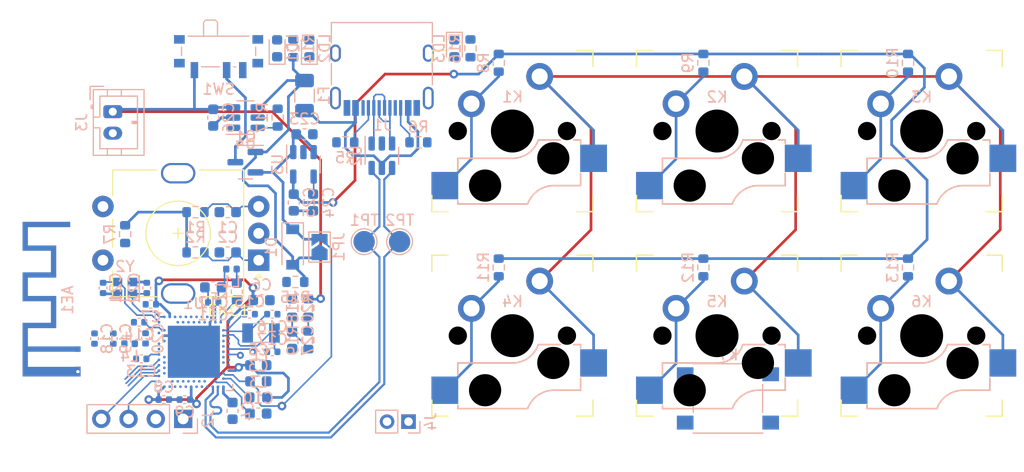
<source format=kicad_pcb>
(kicad_pcb (version 20211014) (generator pcbnew)
  (title_block (title "KP06 keypad") (rev "1.0") (comment 1 "MIT License, Open source hardware"))
  (layers (0 "F.Cu" signal) (31 "B.Cu" signal) (34 "B.Paste" user) (35 "F.Paste" user) (36 "B.SilkS" user "B.Silkscreen") (37 "F.SilkS" user "F.Silkscreen") (38 "B.Mask" user) (39 "F.Mask" user) (44 "Edge.Cuts" user))
  (net 0 "")
  (net 1 "Net-(AE1-Pad1)")
  (net 2 "KEY_ENCODER")
  (net 3 "VBUS")
  (net 4 "Net-(J1-PadA5)")
  (net 5 "USB_D+")
  (net 6 "USB_D-")
  (net 8 "Net-(J1-PadB5)")
  (net 10 "GNDREF")
  (net 11 "KEY_1")
  (net 12 "KEY_2")
  (net 13 "KEY_3")
  (net 14 "KEY_4")
  (net 15 "KEY_5")
  (net 16 "KEY_6")
  (net 17 "RESET")
  (net 18 "VDD")
  (net 19 "ENCODER_B")
  (net 20 "ENCODER_A")
  (net 22 "VSS_PA")
  (net 23 "VDDH")
  (net 24 "SWCLK")
  (net 31 "SWDIO")
  (net 44 "Net-(L1-Pad2)")
  (net 51 "Net-(J1-PadA6)")
  (net 59 "Net-(J1-PadA7)")
  (net 61 "VDD_nRF")
  (net 62 "Net-(C24-Pad2)")
  (net 63 "+BATT")
  (net 64 "Net-(LD1-Pad1)")
  (net 65 "Net-(LD1-Pad2)")
  (net 66 "Net-(LD2-Pad1)")
  (net 67 "Net-(LD3-Pad2)")
  (net 68 "STATUS_LED")
  (net 69 "Net-(R17-Pad2)")
  (net 70 "BAT_MONITOR")
  (net 71 "Net-(R18-Pad2)")
  (net 72 "Net-(Q1-Pad3)")
  (net 73 "/VBUS_Conn")
  (net 74 "Net-(C10-Pad2)")
  (net 75 "Net-(C11-Pad2)")
  (net 76 "Net-(C13-Pad2)")
  (net 77 "Net-(C14-Pad2)")
  (net 78 "Net-(C15-Pad2)")
  (net 79 "Net-(C16-Pad1)")
  (net 80 "Net-(C17-Pad1)")
  (net 81 "Net-(C20-Pad1)")
  (net 82 "Net-(C21-Pad2)")
  (net 83 "Net-(C22-Pad2)")
  (net 84 "Net-(L2-Pad2)")
  (net 85 "Net-(L3-Pad2)")
  (net 87 "TX")
  (net 88 "RX")
  (footprint "key-switches:MX_switch_Gateron_hotswap_A" (layer "F.Cu") (at 133.35 95.25)
    (fp_text reference "K6")
    (fp_text value "SW_Push" hide)
  )
  (footprint "Rotary_Encoder:RotaryEncoder_Alps_EC11E-Switch_Vertical_H20mm" (layer "F.Cu") (at 64.135 85.725 180)
    (fp_text reference "ENC1")
    (fp_text value "RotaryEncoder_Switch")
  )
  (footprint "key-switches:MX_switch_Gateron_hotswap_A" (layer "F.Cu") (at 114.3 95.25)
    (fp_text reference "K5")
    (fp_text value "SW_Push" hide)
  )
  (footprint "key-switches:MX_switch_Gateron_hotswap_A" (layer "F.Cu") (at 95.25 95.25)
    (fp_text reference "K4")
    (fp_text value "SW_Push" hide)
  )
  (footprint "key-switches:MX_switch_Gateron_hotswap_A" (layer "F.Cu") (at 133.35 76.2)
    (fp_text reference "K3")
    (fp_text value "SW_Push" hide)
  )
  (footprint "key-switches:MX_switch_Gateron_hotswap_A" (layer "F.Cu") (at 95.25 76.2)
    (fp_text reference "K1")
    (fp_text value "SW_Push" hide)
  )
  (footprint "key-switches:MX_switch_Gateron_hotswap_A" (layer "F.Cu") (at 114.3 76.2)
    (fp_text reference "K2")
    (fp_text value "SW_Push" hide)
  )
  (footprint "Resistor_SMD:R_0603_1608Metric" (layer "B.Cu") (at 65.75 87.5 180)
    (fp_text reference "R2")
    (fp_text value "10k")
  )
  (footprint "Capacitor_SMD:C_0603_1608Metric" (layer "B.Cu") (at 68.75 83.75)
    (fp_text reference "C1")
    (fp_text value "10nF")
  )
  (footprint "Resistor_SMD:R_0603_1608Metric" (layer "B.Cu") (at 76.25 92.675 -90)
    (fp_text reference "R18")
    (fp_text value "2M")
  )
  (footprint "Capacitor_SMD:C_0402_1005Metric" (layer "B.Cu") (at 72.9 96.75 180)
    (fp_text reference "C17")
    (fp_text value "12pF")
  )
  (footprint "Diode_SMD:D_SOD-123" (layer "B.Cu") (at 74.8 87 -90)
    (fp_text reference "D1")
    (fp_text value "1N5819")
  )
  (footprint "Resistor_SMD:R_0603_1608Metric" (layer "B.Cu") (at 132.08 69.85 -90)
    (fp_text reference "R10")
    (fp_text value "R")
  )
  (footprint "Capacitor_SMD:C_0603_1608Metric" (layer "B.Cu") (at 69.2 102.25 90)
    (fp_text reference "C4")
    (fp_text value "4.7uF")
  )
  (footprint "Package_DFN_QFN:Nordic_AQFN-73-1EP_7x7mm_P0.5mm" (layer "B.Cu") (at 65.6 96.75 180)
    (fp_text reference "U1")
    (fp_text value "nRF52840")
  )
  (footprint "Inductor_SMD:L_0603_1608Metric" (layer "B.Cu") (at 71.6 101 180)
    (fp_text reference "L3")
    (fp_text value "10uH")
  )
  (footprint "Capacitor_SMD:C_0402_1005Metric" (layer "B.Cu") (at 72.9 93.25)
    (fp_text reference "C16")
    (fp_text value "12pF")
  )
  (footprint "Capacitor_SMD:C_0402_1005Metric" (layer "B.Cu") (at 60.5 94)
    (fp_text reference "C14")
    (fp_text value "100pF")
  )
  (footprint "Resistor_SMD:R_0603_1608Metric" (layer "B.Cu") (at 93.98 88.9 -90)
    (fp_text reference "R11")
    (fp_text value "R")
  )
  (footprint "Capacitor_SMD:C_0402_1005Metric" (layer "B.Cu") (at 62.8 101.2 180)
    (fp_text reference "C8")
    (fp_text value "100nF")
  )
  (footprint "Capacitor_SMD:C_0603_1608Metric" (layer "B.Cu") (at 71.9 91.95 180)
    (fp_text reference "C6")
    (fp_text value "1uF")
  )
  (footprint "Capacitor_SMD:C_0402_1005Metric" (layer "B.Cu") (at 61.595 92.329)
    (fp_text reference "C7")
    (fp_text value "100nF")
  )
  (footprint "Connector_USB:USB_C_Receptacle_HRO_TYPE-C-31-M-12" (layer "B.Cu") (at 83.1 70)
    (fp_text reference "J1")
    (fp_text value "USB_C_Receptacle_USB2.0")
  )
  (footprint "Connector_JST:JST_PH_B2B-PH-K_1x02_P2.00mm_Vertical" (layer "B.Cu") (at 58.05 74.4 -90)
    (fp_text reference "J3")
    (fp_text value "Conn_01x02")
  )
  (footprint "Crystal:Crystal_SMD_3215-2Pin_3.2x1.5mm" (layer "B.Cu") (at 71.85 95)
    (fp_text reference "Y1")
    (fp_text value "32.768kHz")
  )
  (footprint "Resistor_SMD:R_0603_1608Metric" (layer "B.Cu") (at 86.5 77.25 180)
    (fp_text reference "R6")
    (fp_text value "5.1k")
  )
  (footprint "Capacitor_SMD:C_0402_1005Metric" (layer "B.Cu") (at 56.35 95.52 90)
    (fp_text reference "C18")
    (fp_text value "DNI")
  )
  (footprint "Capacitor_SMD:C_0603_1608Metric" (layer "B.Cu") (at 67.4 90.75)
    (fp_text reference "C12")
    (fp_text value "1uF")
  )
  (footprint "LED_SMD:LED_0603_1608Metric" (layer "B.Cu") (at 76.35 68.5 90)
    (fp_text reference "LD2")
    (fp_text value "LED")
  )
  (footprint "LED_SMD:LED_0603_1608Metric" (layer "B.Cu") (at 89.85 68.5 -90)
    (fp_text reference "LD3")
    (fp_text value "LED")
  )
  (footprint "Capacitor_SMD:C_0603_1608Metric" (layer "B.Cu") (at 74.9 82.85 90)
    (fp_text reference "C25")
    (fp_text value "1uF")
  )
  (footprint "Connector_PinHeader_2.54mm:PinHeader_1x04_P2.54mm_Vertical" (layer "B.Cu") (at 64.6 103 90)
    (fp_text reference "J2")
    (fp_text value "Conn_01x04")
  )
  (footprint "Package_TO_SOT_SMD:SOT-23" (layer "B.Cu") (at 70.4 79.1 180)
    (fp_text reference "Q1")
    (fp_text value "AO3407A")
  )
  (footprint "RF_Antenna:Texas_SWRA117D_2.4GHz_Left" (layer "B.Cu") (at 54.8 96.5 -90)
    (fp_text reference "AE1")
    (fp_text value "Antenna")
  )
  (footprint "Capacitor_SMD:C_0603_1608Metric" (layer "B.Cu") (at 75.9 76.5 180)
    (fp_text reference "C23")
    (fp_text value "1uF")
  )
  (footprint "Capacitor_SMD:C_0402_1005Metric" (layer "B.Cu") (at 60.7 97.409)
    (fp_text reference "C13")
    (fp_text value "820pF")
  )
  (footprint "Resistor_SMD:R_0603_1608Metric" (layer "B.Cu") (at 79.7 77.25)
    (fp_text reference "R5")
    (fp_text value "5.1k")
  )
  (footprint "Button_Switch_SMD:SW_SPST_PTS645" (layer "B.Cu") (at 115.316 101.092 180)
    (fp_text reference "K7")
    (fp_text value "SW_Push")
  )
  (footprint "Resistor_SMD:R_0603_1608Metric" (layer "B.Cu") (at 74.75 92.675 90)
    (fp_text reference "R20")
    (fp_text value "10M")
  )
  (footprint "Resistor_SMD:R_0603_1608Metric" (layer "B.Cu") (at 65.75 83.75)
    (fp_text reference "R1")
    (fp_text value "10k")
  )
  (footprint "Capacitor_SMD:C_0402_1005Metric" (layer "B.Cu") (at 57.15 90.805 90)
    (fp_text reference "C21")
    (fp_text value "12pF")
  )
  (footprint "Resistor_SMD:R_0603_1608Metric" (layer "B.Cu") (at 76.25 95.675 -90)
    (fp_text reference "R19")
    (fp_text value "2M")
  )
  (footprint "Inductor_SMD:L_0402_1005Metric" (layer "B.Cu") (at 69.1 89.05)
    (fp_text reference "L1")
    (fp_text value "15nH")
  )
  (footprint "Resistor_SMD:R_0603_1608Metric" (layer "B.Cu") (at 132.08 88.900613 -90)
    (fp_text reference "R13")
    (fp_text value "R")
  )
  (footprint "Button_Switch_SMD:SW_SPDT_PCM12" (layer "B.Cu") (at 67.9 69.1)
    (fp_text reference "SW1")
    (fp_text value "SW_SPST")
  )
  (footprint "Resistor_SMD:R_0603_1608Metric" (layer "B.Cu") (at 59.2 85.8 -90)
    (fp_text reference "R7")
    (fp_text value "10k")
  )
  (footprint "Resistor_SMD:R_0603_1608Metric" (layer "B.Cu") (at 113.03 88.9 -90)
    (fp_text reference "R12")
    (fp_text value "R")
  )
  (footprint "Capacitor_SMD:C_0603_1608Metric" (layer "B.Cu") (at 74.75 95.675 90)
    (fp_text reference "C27")
    (fp_text value "10nF")
  )
  (footprint "Fuse:Fuse_1206_3216Metric" (layer "B.Cu") (at 75.9 72.9 90)
    (fp_text reference "F1")
    (fp_text value "500mA")
  )
  (footprint "Jumper:SolderJumper-2_P1.3mm_Open_TrianglePad1.0x1.5mm" (layer "B.Cu") (at 77.3 87 90)
    (fp_text reference "JP1")
    (fp_text value "SolderJumper_2_Open")
  )
  (footprint "TestPoint:TestPoint_Pad_D2.0mm" (layer "B.Cu") (at 84.75 86.5 180)
    (fp_text reference "TP2")
    (fp_text value "TestPoint")
  )
  (footprint "Package_TO_SOT_SMD:SOT-23-6" (layer "B.Cu") (at 83.1 78.5 -90)
    (fp_text reference "U2")
    (fp_text value "USBLC6-2SC6")
  )
  (footprint "Package_TO_SOT_SMD:SOT-23-6" (layer "B.Cu") (at 70.4 74.95)
    (fp_text reference "U4")
    (fp_text value "TP4057")
  )
  (footprint "LED_SMD:LED_0603_1608Metric" (layer "B.Cu") (at 73.35 68.5 90)
    (fp_text reference "LD1")
    (fp_text value "LED")
  )
  (footprint "Resistor_SMD:R_0603_1608Metric" (layer "B.Cu") (at 113.03 69.85 -90)
    (fp_text reference "R9")
    (fp_text value "R")
  )
  (footprint "Resistor_SMD:R_0603_1608Metric" (layer "B.Cu") (at 73.4 74.95 -90)
    (fp_text reference "R17")
    (fp_text value "R_{prog}")
  )
  (footprint "Capacitor_SMD:C_0603_1608Metric" (layer "B.Cu") (at 68.75 87.5 180)
    (fp_text reference "C2")
    (fp_text value "10nF")
  )
  (footprint "Resistor_SMD:R_0603_1608Metric" (layer "B.Cu") (at 74.85 68.5 90)
    (fp_text reference "R14")
    (fp_text value "1k")
  )
  (footprint "Resistor_SMD:R_0603_1608Metric" (layer "B.Cu") (at 91.35 68.5 -90)
    (fp_text reference "R16")
    (fp_text value "R")
  )
  (footprint "Capacitor_SMD:C_0603_1608Metric" (layer "B.Cu") (at 67.4 74.95 90)
    (fp_text reference "C26")
    (fp_text value "10uF")
  )
  (footprint "Resistor_SMD:R_0603_1608Metric" (layer "B.Cu") (at 75.05 90.25)
    (fp_text reference "R15")
    (fp_text value "100k")
  )
  (footprint "Capacitor_SMD:C_0603_1608Metric" (layer "B.Cu") (at 71.6 98 180)
    (fp_text reference "C5")
    (fp_text value "4.7uF")
  )
  (footprint "Capacitor_SMD:C_0603_1608Metric" (layer "B.Cu") (at 71.6 99.5 180)
    (fp_text reference "C3")
    (fp_text value "4.7uF")
  )
  (footprint "Package_TO_SOT_SMD:SOT-23-5" (layer "B.Cu") (at 75.8 79.3 -90)
    (fp_text reference "U3")
    (fp_text value "RT9193-18GB")
  )
  (footprint "Connector_PinHeader_2.00mm:PinHeader_1x02_P2.00mm_Vertical" (layer "B.Cu") (at 85.582 103.251 90)
    (fp_text reference "J4")
    (fp_text value "Conn_01x02")
  )
  (footprint "Capacitor_SMD:C_0402_1005Metric" (layer "B.Cu") (at 70.8 93.25 180)
    (fp_text reference "C15")
    (fp_text value "100nF")
  )
  (footprint "Capacitor_SMD:C_0603_1608Metric" (layer "B.Cu") (at 71.6 102.5 180)
    (fp_text reference "C10")
    (fp_text value "4.7uF")
  )
  (footprint "Capacitor_SMD:C_0402_1005Metric" (layer "B.Cu") (at 58.1 95.52 90)
    (fp_text reference "C19")
    (fp_text value "0.5pF")
  )
  (footprint "Inductor_SMD:L_0402_1005Metric" (layer "B.Cu") (at 59.615 96)
    (fp_text reference "L4")
    (fp_text value "4.7nH")
  )
  (footprint "Capacitor_SMD:C_0402_1005Metric" (layer "B.Cu") (at 64.75 101.2)
    (fp_text reference "C9")
    (fp_text value "100nF")
  )
  (footprint "Capacitor_SMD:C_0402_1005Metric" (layer "B.Cu") (at 67.4 92.15)
    (fp_text reference "C11")
    (fp_text value "47nF")
  )
  (footprint "Capacitor_SMD:C_0603_1608Metric" (layer "B.Cu") (at 76.7 82.85 90)
    (fp_text reference "C24")
    (fp_text value "22nF")
  )
  (footprint "Resistor_SMD:R_0603_1608Metric" (layer "B.Cu") (at 93.98 69.85 -90)
    (fp_text reference "R8")
    (fp_text value "R")
  )
  (footprint "Capacitor_SMD:C_0402_1005Metric" (layer "B.Cu") (at 61.1 95.5 90)
    (fp_text reference "C20")
    (fp_text value "0.8pF")
  )
  (footprint "Crystal:Crystal_SMD_2016-4Pin_2.0x1.6mm" (layer "B.Cu") (at 59.182 90.805 180)
    (fp_text reference "Y2")
    (fp_text value "32MHz")
  )
  (footprint "Inductor_SMD:L_0603_1608Metric" (layer "B.Cu") (at 69.6 91.15 -90)
    (fp_text reference "L2")
    (fp_text value "10uH")
  )
  (footprint "Capacitor_SMD:C_0402_1005Metric" (layer "B.Cu") (at 61.214 90.805 -90)
    (fp_text reference "C22")
    (fp_text value "12pF")
  )
  (footprint "TestPoint:TestPoint_Pad_D2.0mm" (layer "B.Cu") (at 81.45 86.5 180)
    (fp_text reference "TP1")
    (fp_text value "TestPoint")
  )
  (segment (start 62.35 98) (end 61.95 98.4) (width 0.15) (layer "B.Cu") (net 2))
  (segment (start 60.575736 98.4) (end 59.287868 99.687868) (width 0.15) (layer "B.Cu") (net 2))
  (segment (start 61.95 98.4) (end 60.575736 98.4) (width 0.15) (layer "B.Cu") (net 2))
  (segment (start 74.8 88.65) (end 74.8 87.9) (width 0.25) (layer "B.Cu") (net 3))
  (segment (start 74.3 71.5) (end 71.8 74) (width 0.25) (layer "B.Cu") (net 3))
  (segment (start 77.3 87.725) (end 77.025 88) (width 0.25) (layer "B.Cu") (net 3))
  (segment (start 70.7 81.3) (end 70.2 80.8) (width 0.25) (layer "B.Cu") (net 3))
  (segment (start 72.35 78.15) (end 74.4 76.1) (width 0.25) (layer "B.Cu") (net 3))
  (segment (start 71.3375 78.6625) (end 71.3375 78.15) (width 0.25) (layer "B.Cu") (net 3))
  (segment (start 71.8 74) (end 71.5375 74) (width 0.25) (layer "B.Cu") (net 3))
  (segment (start 68.35 100.625) (end 69.2 101.475) (width 0.25) (layer "B.Cu") (net 3))
  (segment (start 74.4 73) (end 75.9 71.5) (width 0.25) (layer "B.Cu") (net 3))
  (segment (start 74.4 76.1) (end 74.4 73) (width 0.25) (layer "B.Cu") (net 3))
  (segment (start 70.2 79.8) (end 71.3375 78.6625) (width 0.25) (layer "B.Cu") (net 3))
  (segment (start 72.5 81.3) (end 70.7 81.3) (width 0.25) (layer "B.Cu") (net 3))
  (segment (start 77.025 88) (end 75.45 88) (width 0.25) (layer "B.Cu") (net 3))
  (segment (start 75.875 90.25) (end 75.875 89.725) (width 0.25) (layer "B.Cu") (net 3))
  (segment (start 75.9 71.5) (end 74.85 70.45) (width 0.25) (layer "B.Cu") (net 3))
  (segment (start 73.2 82) (end 72.5 81.3) (width 0.25) (layer "B.Cu") (net 3))
  (segment (start 75.875 89.725) (end 74.8 88.65) (width 0.25) (layer "B.Cu") (net 3))
  (segment (start 68.35 100) (end 68.35 100.625) (width 0.25) (layer "B.Cu") (net 3))
  (segment (start 70.2 80.8) (end 70.2 79.8) (width 0.25) (layer "B.Cu") (net 3))
  (segment (start 71.3375 78.15) (end 72.35 78.15) (width 0.25) (layer "B.Cu") (net 3))
  (segment (start 75.45 88) (end 74.8 88.65) (width 0.25) (layer "B.Cu") (net 3))
  (segment (start 73.2 86.3) (end 73.2 82) (width 0.25) (layer "B.Cu") (net 3))
  (segment (start 74.85 70.45) (end 74.85 69.325) (width 0.25) (layer "B.Cu") (net 3))
  (segment (start 75.9 71.5) (end 74.3 71.5) (width 0.25) (layer "B.Cu") (net 3))
  (segment (start 74.8 87.9) (end 73.2 86.3) (width 0.25) (layer "B.Cu") (net 3))
  (segment (start 81.85 75.15) (end 80.525 76.475) (width 0.15) (layer "B.Cu") (net 4))
  (segment (start 80.525 76.475) (end 80.525 77.25) (width 0.15) (layer "B.Cu") (net 4))
  (segment (start 81.85 74.045) (end 81.85 75.15) (width 0.15) (layer "B.Cu") (net 4))
  (segment (start 67.6568 104.725) (end 78.3432 104.725) (width 0.2) (layer "B.Cu") (net 5))
  (segment (start 83.325001 85.075001) (end 83.325001 80.711395) (width 0.2) (layer "B.Cu") (net 5))
  (segment (start 67.374999 100.024999) (end 67.374999 100.556801) (width 0.2) (layer "B.Cu") (net 5))
  (segment (start 67.374999 100.556801) (end 66.691135 101.240665) (width 0.2) (layer "B.Cu") (net 5))
  (segment (start 66.691135 103.759335) (end 67.6568 104.725) (width 0.2) (layer "B.Cu") (net 5))
  (segment (start 78.3432 104.725) (end 83.325001 99.743199) (width 0.2) (layer "B.Cu") (net 5))
  (segment (start 66.691135 101.240665) (end 66.691135 103.759335) (width 0.2) (layer "B.Cu") (net 5))
  (segment (start 84.75 86.5) (end 83.325001 85.075001) (width 0.2) (layer "B.Cu") (net 5))
  (segment (start 67.35 100) (end 67.374999 100.024999) (width 0.2) (layer "B.Cu") (net 5))
  (segment (start 84.05 79.986396) (end 84.05 79.6375) (width 0.2) (layer "B.Cu") (net 5))
  (segment (start 83.325001 87.924999) (end 84.75 86.5) (width 0.2) (layer "B.Cu") (net 5))
  (segment (start 83.325001 99.743199) (end 83.325001 87.924999) (width 0.2) (layer "B.Cu") (net 5))
  (segment (start 83.325001 80.711395) (end 84.05 79.986396) (width 0.2) (layer "B.Cu") (net 5))
  (segment (start 67.85 100) (end 67.825001 100.024999) (width 0.2) (layer "B.Cu") (net 6))
  (segment (start 82.874999 80.711395) (end 82.15 79.986396) (width 0.2) (layer "B.Cu") (net 6))
  (segment (start 81.45 86.5) (end 82.874999 85.075001) (width 0.2) (layer "B.Cu") (net 6))
  (segment (start 78.1568 104.275) (end 82.874999 99.556801) (width 0.2) (layer "B.Cu") (net 6))
  (segment (start 67.141135 103.572935) (end 67.8432 104.275) (width 0.2) (layer "B.Cu") (net 6))
  (segment (start 82.874999 99.556801) (end 82.874999 87.924999) (width 0.2) (layer "B.Cu") (net 6))
  (segment (start 67.825001 100.024999) (end 67.825001 100.743199) (width 0.2) (layer "B.Cu") (net 6))
  (segment (start 67.141135 102.808865) (end 67.141135 102.858865) (width 0.2) (layer "B.Cu") (net 6))
  (segment (start 67.441135 101.908865) (end 67.841135 101.908865) (width 0.2) (layer "B.Cu") (net 6))
  (segment (start 82.874999 87.924999) (end 81.45 86.5) (width 0.2) (layer "B.Cu") (net 6))
  (segment (start 67.841135 102.508865) (end 67.441135 102.508865) (width 0.2) (layer "B.Cu") (net 6))
  (segment (start 82.874999 85.075001) (end 82.874999 80.711395) (width 0.2) (layer "B.Cu") (net 6))
  (segment (start 67.825001 100.743199) (end 67.141135 101.427065) (width 0.2) (layer "B.Cu") (net 6))
  (segment (start 67.8432 104.275) (end 78.1568 104.275) (width 0.2) (layer "B.Cu") (net 6))
  (segment (start 67.141135 102.858865) (end 67.141135 103.572935) (width 0.2) (layer "B.Cu") (net 6))
  (segment (start 82.15 79.986396) (end 82.15 79.6375) (width 0.2) (layer "B.Cu") (net 6))
  (segment (start 67.141135 101.427065) (end 67.141135 101.608865) (width 0.2) (layer "B.Cu") (net 6))
  (arc (start 67.141135 101.608865) (mid 67.229003 101.820997) (end 67.441135 101.908865) (width 0.2) (layer "B.Cu") (net 6))
  (arc (start 68.141135 102.208865) (mid 68.053267 102.420997) (end 67.841135 102.508865) (width 0.2) (layer "B.Cu") (net 6))
  (arc (start 67.841135 101.908865) (mid 68.053267 101.996733) (end 68.141135 102.208865) (width 0.2) (layer "B.Cu") (net 6))
  (arc (start 67.441135 102.508865) (mid 67.229003 102.596733) (end 67.141135 102.808865) (width 0.2) (layer "B.Cu") (net 6))
  (segment (start 85.675 76.475) (end 85.675 77.25) (width 0.15) (layer "B.Cu") (net 8))
  (segment (start 84.85 75.65) (end 85.675 76.475) (width 0.15) (layer "B.Cu") (net 8))
  (segment (start 84.85 74.045) (end 84.85 75.65) (width 0.15) (layer "B.Cu") (net 8))
  (segment (start 91.44 73.66) (end 91.44 78.8) (width 0.25) (layer "B.Cu") (net 11))
  (segment (start 93.98 71.12) (end 93.98 70.675) (width 0.25) (layer "B.Cu") (net 11))
  (segment (start 91.44 73.66) (end 93.98 71.12) (width 0.25) (layer "B.Cu") (net 11))
  (segment (start 91.44 78.8) (end 88.96 81.28) (width 0.25) (layer "B.Cu") (net 11))
  (segment (start 110.49 73.66) (end 110.49 78.8) (width 0.25) (layer "B.Cu") (net 12))
  (segment (start 110.49 78.8) (end 108.01 81.28) (width 0.25) (layer "B.Cu") (net 12))
  (segment (start 113.03 71.12) (end 113.03 70.675) (width 0.25) (layer "B.Cu") (net 12))
  (segment (start 110.49 73.66) (end 113.03 71.12) (width 0.25) (layer "B.Cu") (net 12))
  (segment (start 129.54 73.66) (end 129.54 78.8) (width 0.25) (layer "B.Cu") (net 13))
  (segment (start 129.54 78.8) (end 127.06 81.28) (width 0.25) (layer "B.Cu") (net 13))
  (segment (start 132.08 71.12) (end 132.08 70.675) (width 0.25) (layer "B.Cu") (net 13))
  (segment (start 129.54 73.66) (end 132.08 71.12) (width 0.25) (layer "B.Cu") (net 13))
  (segment (start 91.44 92.71) (end 91.44 97.85) (width 0.25) (layer "B.Cu") (net 14))
  (segment (start 91.44 92.71) (end 93.98 90.17) (width 0.25) (layer "B.Cu") (net 14))
  (segment (start 93.98 90.17) (end 93.98 89.725) (width 0.25) (layer "B.Cu") (net 14))
  (segment (start 91.44 97.85) (end 88.96 100.33) (width 0.25) (layer "B.Cu") (net 14))
  (segment (start 110.49 92.71) (end 110.49 97.85) (width 0.25) (layer "B.Cu") (net 15))
  (segment (start 110.49 92.71) (end 113.03 90.17) (width 0.25) (layer "B.Cu") (net 15))
  (segment (start 113.03 90.17) (end 113.03 89.725) (width 0.25) (layer "B.Cu") (net 15))
  (segment (start 110.49 97.85) (end 108.01 100.33) (width 0.25) (layer "B.Cu") (net 15))
  (segment (start 129.54 92.71) (end 132.08 90.17) (width 0.25) (layer "B.Cu") (net 16))
  (segment (start 132.08 90.17) (end 132.08 89.725613) (width 0.25) (layer "B.Cu") (net 16))
  (segment (start 129.54 97.85) (end 127.06 100.33) (width 0.25) (layer "B.Cu") (net 16))
  (segment (start 129.54 92.71) (end 129.54 97.85) (width 0.25) (layer "B.Cu") (net 16))
  (segment (start 83.4 70.9) (end 89.8 70.9) (width 0.25) (layer "F.Cu") (net 18))
  (segment (start 80.6 80.8) (end 80.6 73.7) (width 0.25) (layer "F.Cu") (net 18))
  (segment (start 80.6 73.7) (end 83.4 70.9) (width 0.25) (layer "F.Cu") (net 18))
  (segment (start 78.55 82.85) (end 80.6 80.8) (width 0.25) (layer "F.Cu") (net 18))
  (via (at 78.55 82.85) (size 0.8) (drill 0.4) (layers "F.Cu" "B.Cu") (net 18))
  (via (at 89.8 70.9) (size 0.8) (drill 0.4) (layers "F.Cu" "B.Cu") (net 18))
  (segment (start 74.85 82.025) (end 74.9 82.075) (width 0.25) (layer "B.Cu") (net 18))
  (segment (start 130.556 75.184) (end 130.556 77.47) (width 0.25) (layer "B.Cu") (net 18))
  (segment (start 64.925 83.75) (end 64.925 87.5) (width 0.25) (layer "B.Cu") (net 18))
  (segment (start 92.105 70.9) (end 93.98 69.025) (width 0.25) (layer "B.Cu") (net 18))
  (segment (start 133.858 80.772) (end 133.858 86.297613) (width 0.25) (layer "B.Cu") (net 18))
  (segment (start 133.858 86.297613) (end 132.08 88.075613) (width 0.25) (layer "B.Cu") (net 18))
  (segment (start 132.08 69.025) (end 132.271 69.025) (width 0.25) (layer "B.Cu") (net 18))
  (segment (start 93.980613 88.075613) (end 93.98 88.075) (width 0.25) (layer "B.Cu") (net 18))
  (segment (start 124.015 69.025) (end 132.08 69.025) (width 0.25) (layer "B.Cu") (net 18))
  (segment (start 60.425 83.75) (end 64.925 83.75) (width 0.25) (layer "B.Cu") (net 18))
  (segment (start 133.604 70.358) (end 133.604 72.136) (width 0.25) (layer "B.Cu") (net 18))
  (segment (start 113.03 69.025) (end 124.015 69.025) (width 0.25) (layer "B.Cu") (net 18))
  (segment (start 133.604 72.136) (end 130.556 75.184) (width 0.25) (layer "B.Cu") (net 18))
  (segment (start 124.014387 88.075613) (end 93.980613 88.075613) (width 0.25) (layer "B.Cu") (net 18))
  (segment (start 132.271 69.025) (end 133.604 70.358) (width 0.25) (layer "B.Cu") (net 18))
  (segment (start 130.556 77.47) (end 133.858 80.772) (width 0.25) (layer "B.Cu") (net 18))
  (segment (start 93.98 69.025) (end 113.03 69.025) (width 0.25) (layer "B.Cu") (net 18))
  (segment (start 89.8 70.9) (end 92.105 70.9) (width 0.25) (layer "B.Cu") (net 18))
  (segment (start 132.08 88.075613) (end 124.014387 88.075613) (width 0.25) (layer "B.Cu") (net 18))
  (segment (start 74.9 82.075) (end 75.675 82.85) (width 0.25) (layer "B.Cu") (net 18))
  (segment (start 74.85 80.4375) (end 74.85 82.025) (width 0.25) (layer "B.Cu") (net 18))
  (segment (start 124.015 88.075) (end 124.014387 88.075613) (width 0.25) (layer "B.Cu") (net 18))
  (segment (start 59.2 84.975) (end 60.425 83.75) (width 0.25) (layer "B.Cu") (net 18))
  (segment (start 75.675 82.85) (end 78.55 82.85) (width 0.25) (layer "B.Cu") (net 18))
  (segment (start 60.4 98.1) (end 59.2 99.3) (width 0.15) (layer "B.Cu") (net 19))
  (segment (start 62.35 97.5) (end 61.75 98.1) (width 0.15) (layer "B.Cu") (net 19))
  (segment (start 68.775 83) (end 69.525 83.75) (width 0.15) (layer "B.Cu") (net 19))
  (segment (start 61.75 98.1) (end 60.4 98.1) (width 0.15) (layer "B.Cu") (net 19))
  (segment (start 69.525 83.75) (end 70.05 83.225) (width 0.15) (layer "B.Cu") (net 19))
  (segment (start 70.05 83.225) (end 71.635 83.225) (width 0.15) (layer "B.Cu") (net 19))
  (segment (start 67.325 83) (end 68.775 83) (width 0.15) (layer "B.Cu") (net 19))
  (segment (start 66.575 83.75) (end 67.325 83) (width 0.15) (layer "B.Cu") (net 19))
  (segment (start 69.525 87.5) (end 70.25 88.225) (width 0.15) (layer "B.Cu") (net 20))
  (segment (start 62.15 98.7) (end 60.7 98.7) (width 0.15) (layer "B.Cu") (net 20))
  (segment (start 60.7 98.7) (end 59.5 99.9) (width 0.15) (layer "B.Cu") (net 20))
  (segment (start 70.25 88.225) (end 71.635 88.225) (width 0.15) (layer "B.Cu") (net 20))
  (segment (start 67.325 88.25) (end 66.575 87.5) (width 0.15) (layer "B.Cu") (net 20))
  (segment (start 62.35 98.5) (end 62.15 98.7) (width 0.15) (layer "B.Cu") (net 20))
  (segment (start 69.525 87.5) (end 68.775 88.25) (width 0.15) (layer "B.Cu") (net 20))
  (segment (start 68.775 88.25) (end 67.325 88.25) (width 0.15) (layer "B.Cu") (net 20))
  (segment (start 102.569824 75.899824) (end 102.569824 85.390176) (width 0.25) (layer "F.Cu") (net 22))
  (segment (start 121.619824 85.390176) (end 116.84 90.17) (width 0.25) (layer "F.Cu") (net 22))
  (segment (start 140.669824 75.899824) (end 140.669824 85.390176) (width 0.25) (layer "F.Cu") (net 22))
  (segment (start 97.79 71.12) (end 102.569824 75.899824) (width 0.25) (layer "F.Cu") (net 22))
  (segment (start 140.669824 85.390176) (end 135.89 90.17) (width 0.25) (layer "F.Cu") (net 22))
  (segment (start 135.89 71.12) (end 140.669824 75.899824) (width 0.25) (layer "F.Cu") (net 22))
  (segment (start 121.619824 75.899824) (end 121.619824 85.390176) (width 0.25) (layer "F.Cu") (net 22))
  (segment (start 102.569824 85.390176) (end 97.79 90.17) (width 0.25) (layer "F.Cu") (net 22))
  (segment (start 116.84 71.12) (end 135.89 71.12) (width 0.25) (layer "F.Cu") (net 22))
  (segment (start 116.84 71.12) (end 121.619824 75.899824) (width 0.25) (layer "F.Cu") (net 22))
  (segment (start 97.79 71.12) (end 116.84 71.12) (width 0.25) (layer "F.Cu") (net 22))
  (segment (start 67.1 94) (end 67.1 95.25) (width 0.25) (layer "B.Cu") (net 22))
  (segment (start 97.79 71.12) (end 102.81 76.14) (width 0.25) (layer "B.Cu") (net 22))
  (segment (start 135.89 90.17) (end 140.91 95.19) (width 0.25) (layer "B.Cu") (net 22))
  (segment (start 102.81 76.14) (end 102.81 78.74) (width 0.25) (layer "B.Cu") (net 22))
  (segment (start 66.92 91.045) (end 66.625 90.75) (width 0.15) (layer "B.Cu") (net 22))
  (segment (start 74.9 83.625) (end 76.7 83.625) (width 0.25) (layer "B.Cu") (net 22))
  (segment (start 97.79 90.17) (end 102.81 95.19) (width 0.25) (layer "B.Cu") (net 22))
  (segment (start 121.86 76.14) (end 121.86 78.74) (width 0.25) (layer "B.Cu") (net 22))
  (segment (start 67.2 93.9) (end 67.1 94) (width 0.15) (layer "B.Cu") (net 22))
  (segment (start 121.86 95.19) (end 121.86 97.79) (width 0.25) (layer "B.Cu") (net 22))
  (segment (start 67.2 92.43) (end 67.2 93.9) (width 0.15) (layer "B.Cu") (net 22))
  (segment (start 116.84 90.17) (end 121.86 95.19) (width 0.25) (layer "B.Cu") (net 22))
  (segment (start 140.91 76.14) (end 140.91 78.74) (width 0.25) (layer "B.Cu") (net 22))
  (segment (start 61.144 90.255) (end 61.214 90.325) (width 0.25) (layer "B.Cu") (net 22))
  (segment (start 66.92 92.15) (end 66.92 91.045) (width 0.15) (layer "B.Cu") (net 22))
  (segment (start 59.882 90.255) (end 61.144 90.255) (width 0.25) (layer "B.Cu") (net 22))
  (segment (start 64.27 101.2) (end 63.28 101.2) (width 0.25) (layer "B.Cu") (net 22))
  (segment (start 69.2625 74.95) (end 68.175 74.95) (width 0.25) (layer "B.Cu") (net 22))
  (segment (start 67.1 95.25) (end 65.6 96.75) (width 0.15) (layer "B.Cu") (net 22))
  (segment (start 66.92 92.15) (end 67.2 92.43) (width 0.15) (layer "B.Cu") (net 22))
  (segment (start 102.81 95.19) (end 102.81 97.79) (width 0.25) (layer "B.Cu") (net 22))
  (segment (start 62.85 95.25) (end 64.1 95.25) (width 0.25) (layer "B.Cu") (net 22))
  (segment (start 57.22 91.355) (end 57.15 91.285) (width 0.25) (layer "B.Cu") (net 22))
  (segment (start 116.84 71.12) (end 121.86 76.14) (width 0.25) (layer "B.Cu") (net 22))
  (segment (start 64.1 95.25) (end 65.6 96.75) (width 0.15) (layer "B.Cu") (net 22))
  (segment (start 135.89 71.12) (end 140.91 76.14) (width 0.25) (layer "B.Cu") (net 22))
  (segment (start 140.91 95.19) (end 140.91 97.79) (width 0.25) (layer "B.Cu") (net 22))
  (segment (start 68.175 74.95) (end 67.4 75.725) (width 0.25) (layer "B.Cu") (net 22))
  (segment (start 58.482 91.355) (end 57.22 91.355) (width 0.25) (layer "B.Cu") (net 22))
  (via (at 73.8 101.8) (size 0.8) (drill 0.4) (layers "F.Cu" "B.Cu") (net 23))
  (segment (start 70.825 99.525) (end 70.825 99.5) (width 0.15) (layer "B.Cu") (net 23))
  (segment (start 68.5 98.9) (end 68.35 98.75) (width 0.15) (layer "B.Cu") (net 23))
  (segment (start 74.8 85.35) (end 74.95 85.35) (width 0.25) (layer "B.Cu") (net 23))
  (segment (start 74.85 76.775) (end 75.125 76.5) (width 0.25) (layer "B.Cu") (net 23))
  (segment (start 74.95 85.35) (end 75.875 86.275) (width 0.25) (layer "B.Cu") (net 23))
  (segment (start 71.6 101.5) (end 71.6 100.3) (width 0.15) (layer "B.Cu") (net 23))
  (segment (start 74.85 78.1625) (end 74.85 76.775) (width 0.25) (layer "B.Cu") (net 23))
  (segment (start 69.844974 99.5) (end 69.244974 98.9) (width 0.15) (layer "B.Cu") (net 23))
  (segment (start 74.8 85.35) (end 73.9 84.45) (width 0.25) (layer "B.Cu") (net 23))
  (segment (start 70.825 99.5) (end 69.844974 99.5) (width 0.15) (layer "B.Cu") (net 23))
  (segment (start 71.9 101.8) (end 71.6 101.5) (width 0.15) (layer "B.Cu") (net 23))
  (segment (start 76.75 77.85) (end 75.4 76.5) (width 0.25) (layer "B.Cu") (net 23))
  (segment (start 78.4 97.2) (end 78.4 87.186092) (width 0.15) (layer "B.Cu") (net 23))
  (segment (start 73.9 80.9875) (end 72.9625 80.05) (width 0.25) (layer "B.Cu") (net 23))
  (segment (start 75.875 86.275) (end 77.3 86.275) (width 0.25) (layer "B.Cu") (net 23))
  (segment (start 72.9625 80.05) (end 74.85 78.1625) (width 0.25) (layer "B.Cu") (net 23))
  (segment (start 78.4 87.186092) (end 77.488908 86.275) (width 0.15) (layer "B.Cu") (net 23))
  (segment (start 71.3375 80.05) (end 72.9625 80.05) (width 0.25) (layer "B.Cu") (net 23))
  (segment (start 75.4 76.5) (end 75.125 76.5) (width 0.25) (layer "B.Cu") (net 23))
  (segment (start 76.75 78.1625) (end 76.75 77.85) (width 0.25) (layer "B.Cu") (net 23))
  (segment (start 77.488908 86.275) (end 77.3 86.275) (width 0.15) (layer "B.Cu") (net 23))
  (segment (start 71.6 100.3) (end 70.825 99.525) (width 0.15) (layer "B.Cu") (net 23))
  (segment (start 73.8 101.8) (end 78.4 97.2) (width 0.15) (layer "B.Cu") (net 23))
  (segment (start 69.244974 98.9) (end 68.5 98.9) (width 0.15) (layer "B.Cu") (net 23))
  (segment (start 73.8 101.8) (end 71.9 101.8) (width 0.15) (layer "B.Cu") (net 23))
  (segment (start 73.9 84.45) (end 73.9 80.9875) (width 0.25) (layer "B.Cu") (net 23))
  (segment (start 62.35 99) (end 60.98 99) (width 0.15) (layer "B.Cu") (net 24))
  (segment (start 60.98 99) (end 56.98 103) (width 0.15) (layer "B.Cu") (net 24))
  (segment (start 59.52 103) (end 59.52 101.63) (width 0.15) (layer "B.Cu") (net 31))
  (segment (start 59.52 101.63) (end 61.65 99.5) (width 0.15) (layer "B.Cu") (net 31))
  (segment (start 61.65 99.5) (end 62.35 99.5) (width 0.15) (layer "B.Cu") (net 31))
  (segment (start 69.585 90.3475) (end 69.6 90.3625) (width 0.15) (layer "B.Cu") (net 44))
  (segment (start 69.585 89.05) (end 69.585 90.3475) (width 0.15) (layer "B.Cu") (net 44))
  (segment (start 83.85 77.1625) (end 84.05 77.3625) (width 0.15) (layer "B.Cu") (net 51))
  (segment (start 82.85 74.045) (end 82.85 74.9) (width 0.15) (layer "B.Cu") (net 51))
  (segment (start 83.85 74.045) (end 83.85 75.6) (width 0.15) (layer "B.Cu") (net 51))
  (segment (start 83.85 75.6) (end 83.85 77.1625) (width 0.15) (layer "B.Cu") (net 51))
  (segment (start 82.85 74.9) (end 83.25 75.3) (width 0.15) (layer "B.Cu") (net 51))
  (segment (start 83.25 75.3) (end 83.85 75.3) (width 0.15) (layer "B.Cu") (net 51))
  (segment (start 83.35 74.045) (end 83.35 73) (width 0.15) (layer "B.Cu") (net 59))
  (segment (start 83.35 73) (end 83.15 72.8) (width 0.15) (layer "B.Cu") (net 59))
  (segment (start 83.15 72.8) (end 82.55 72.8) (width 0.15) (layer "B.Cu") (net 59))
  (segment (start 82.35 74.045) (end 82.35 77.1625) (width 0.15) (layer "B.Cu") (net 59))
  (segment (start 82.35 77.1625) (end 82.15 77.3625) (width 0.15) (layer "B.Cu") (net 59))
  (segment (start 82.35 73) (end 82.35 74.045) (width 0.15) (layer "B.Cu") (net 59))
  (segment (start 82.55 72.8) (end 82.35 73) (width 0.15) (layer "B.Cu") (net 59))
  (segment (start 68.7578 98.1964) (end 68.7578 93.9292) (width 0.25) (layer "F.Cu") (net 61))
  (segment (start 70.35 90.05) (end 71.1 90.8) (width 0.25) (layer "F.Cu") (net 61))
  (segment (start 69.7738 98.1964) (end 68.707 98.1964) (width 0.25) (layer "F.Cu") (net 61))
  (segment (start 61.4 101.2) (end 65.45 101.2) (width 0.25) (layer "F.Cu") (net 61))
  (segment (start 62.45 90.05) (end 70.35 90.05) (width 0.25) (layer "F.Cu") (net 61))
  (segment (start 62.35 90.15) (end 62.45 90.05) (width 0.25) (layer "F.Cu") (net 61))
  (segment (start 69.7738 98.1964) (end 68.7578 98.1964) (width 0.25) (layer "F.Cu") (net 61))
  (segment (start 65.45 101.2) (end 65.85 101.6) (width 0.25) (layer "F.Cu") (net 61))
  (segment (start 68.707 98.1964) (end 65.85 101.0534) (width 0.25) (layer "F.Cu") (net 61))
  (segment (start 65.85 101.0534) (end 65.85 101.6) (width 0.25) (layer "F.Cu") (net 61))
  (segment (start 68.7578 93.9292) (end 71.1 91.587) (width 0.25) (layer "F.Cu") (net 61))
  (segment (start 71.1 91.587) (end 71.1 90.8) (width 0.25) (layer "F.Cu") (net 61))
  (via (at 65.85 101.6) (size 0.8) (drill 0.4) (layers "F.Cu" "B.Cu") (net 61))
  (via (at 71.1 90.8) (size 0.8) (drill 0.4) (layers "F.Cu" "B.Cu") (net 61))
  (via (at 62.35 90.15) (size 0.8) (drill 0.4) (layers "F.Cu" "B.Cu") (net 61))
  (via (at 61.4 101.2) (size 0.8) (drill 0.4) (layers "F.Cu" "B.Cu") (net 61))
  (via (at 69.7738 98.1964) (size 0.8) (drill 0.4) (layers "F.Cu" "B.Cu") (net 61))
  (segment (start 71.1 90.8) (end 71.125 90.825) (width 0.25) (layer "B.Cu") (net 61))
  (segment (start 62.35 90.15) (end 62.075 90.425) (width 0.25) (layer "B.Cu") (net 61))
  (segment (start 68.85 94) (end 68.85 93.837) (width 0.25) (layer "B.Cu") (net 61))
  (segment (start 62.075 90.425) (end 62.075 92.329) (width 0.25) (layer "B.Cu") (net 61))
  (segment (start 72.3875 101) (end 73.8 101) (width 0.25) (layer "B.Cu") (net 61))
  (segment (start 65.35 101.08) (end 65.23 101.2) (width 0.25) (layer "B.Cu") (net 61))
  (segment (start 62.32 101.2) (end 61.4 101.2) (width 0.25) (layer "B.Cu") (net 61))
  (segment (start 62.075 92.329) (end 62.484 92.329) (width 0.25) (layer "B.Cu") (net 61))
  (segment (start 70.0278 92.6592) (end 70.4158 92.6592) (width 0.25) (layer "B.Cu") (net 61))
  (segment (start 69.7738 98.1964) (end 69.9702 98) (width 0.25) (layer "B.Cu") (net 61))
  (segment (start 62.32 100.53) (end 62.85 100) (width 0.25) (layer "B.Cu") (net 61))
  (segment (start 68.85 93.837) (end 70.0278 92.6592) (width 0.25) (layer "B.Cu") (net 61))
  (segment (start 74.4 100.4) (end 74.4 99.2) (width 0.25) (layer "B.Cu") (net 61))
  (segment (start 69.4702 98.5) (end 68.85 98.5) (width 0.25) (layer "B.Cu") (net 61))
  (segment (start 73.93 98.73) (end 71.555 98.73) (width 0.25) (layer "B.Cu") (net 61))
  (segment (start 62.484 92.329) (end 63.35 93.195) (width 0.25) (layer "B.Cu") (net 61))
  (segment (start 73.8 101) (end 74.4 100.4) (width 0.25) (layer "B.Cu") (net 61))
  (segment (start 74.4 99.2) (end 73.93 98.73) (width 0.25) (layer "B.Cu") (net 61))
  (segment (start 62.32 101.2) (end 62.32 100.53) (width 0.25) (layer "B.Cu") (net 61))
  (segment (start 70.4158 92.6592) (end 71.125 91.95) (width 0.25) (layer "B.Cu") (net 61))
  (segment (start 65.35 100) (end 65.35 101.08) (width 0.25) (layer "B.Cu") (net 61))
  (segment (start 65.45 101.2) (end 65.85 101.6) (width 0.25) (layer "B.Cu") (net 61))
  (segment (start 69.9702 98) (end 70.825 98) (width 0.25) (layer "B.Cu") (net 61))
  (segment (start 69.7738 98.1964) (end 69.4702 98.5) (width 0.25) (layer "B.Cu") (net 61))
  (segment (start 71.555 98.73) (end 70.825 98) (width 0.25) (layer "B.Cu") (net 61))
  (segment (start 63.35 93.195) (end 63.35 93.5) (width 0.25) (layer "B.Cu") (net 61))
  (segment (start 71.125 90.825) (end 71.125 91.95) (width 0.25) (layer "B.Cu") (net 61))
  (segment (start 65.23 101.2) (end 65.45 101.2) (width 0.25) (layer "B.Cu") (net 61))
  (segment (start 76.75 80.4375) (end 76.75 82.025) (width 0.15) (layer "B.Cu") (net 62))
  (segment (start 76.75 82.025) (end 76.7 82.075) (width 0.15) (layer "B.Cu") (net 62))
  (segment (start 77.4 78.9) (end 72.9 74.4) (width 0.25) (layer "F.Cu") (net 63))
  (segment (start 77.4 91.8) (end 77.4 78.9) (width 0.25) (layer "F.Cu") (net 63))
  (segment (start 72.9 74.4) (end 58.05 74.4) (width 0.25) (layer "F.Cu") (net 63))
  (via (at 77.4 91.8) (size 0.8) (drill 0.4) (layers "F.Cu" "B.Cu") (net 63))
  (segment (start 69.2625 74) (end 67.575 74) (width 0.25) (layer "B.Cu") (net 63))
  (segment (start 65.65 74.15) (end 65.625 74.175) (width 0.25) (layer "B.Cu") (net 63))
  (segment (start 67.4 74.175) (end 65.625 74.175) (width 0.25) (layer "B.Cu") (net 63))
  (segment (start 67.575 74) (end 67.4 74.175) (width 0.25) (layer "B.Cu") (net 63))
  (segment (start 65.65 70.53) (end 65.65 74.15) (width 0.25) (layer "B.Cu") (net 63))
  (segment (start 77.35 91.85) (end 76.25 91.85) (width 0.25) (layer "B.Cu") (net 63))
  (segment (start 65.625 74.175) (end 58.275 74.175) (width 0.25) (layer "B.Cu") (net 63))
  (segment (start 58.275 74.175) (end 58.05 74.4) (width 0.25) (layer "B.Cu") (net 63))
  (segment (start 77.4 91.8) (end 77.35 91.85) (width 0.25) (layer "B.Cu") (net 63))
  (segment (start 71.5375 75.9) (end 73.275 75.9) (width 0.15) (layer "B.Cu") (net 69))
  (segment (start 73.275 75.9) (end 73.4 75.775) (width 0.15) (layer "B.Cu") (net 69))
  (segment (start 76.25 96.4) (end 74.75 94.9) (width 0.15) (layer "B.Cu") (net 70))
  (segment (start 76.25 96.5) (end 76.25 96.4) (width 0.15) (layer "B.Cu") (net 70))
  (segment (start 74.75 94.9) (end 74.75 93.5) (width 0.15) (layer "B.Cu") (net 70))
  (segment (start 76.25 93.5) (end 76.25 94.85) (width 0.15) (layer "B.Cu") (net 71))
  (segment (start 70.4 73.1) (end 70.4 76.7) (width 0.25) (layer "B.Cu") (net 72))
  (segment (start 69.4625 77.6375) (end 69.4625 79.1) (width 0.25) (layer "B.Cu") (net 72))
  (segment (start 68.65 70.53) (end 68.65 71.35) (width 0.25) (layer "B.Cu") (net 72))
  (segment (start 70.4 76.7) (end 69.4625 77.6375) (width 0.25) (layer "B.Cu") (net 72))
  (segment (start 68.65 71.35) (end 70.4 73.1) (width 0.25) (layer "B.Cu") (net 72))
  (segment (start 85.55 75.35) (end 86.45 76.25) (width 0.25) (layer "B.Cu") (net 73))
  (segment (start 80.65 75.4) (end 77.3 75.4) (width 0.25) (layer "B.Cu") (net 73))
  (segment (start 79.7 76.35) (end 79.7 77.75) (width 0.25) (layer "B.Cu") (net 73))
  (segment (start 80.45 78.5) (end 82.346751 78.5) (width 0.25) (layer "B.Cu") (net 73))
  (segment (start 83.1 79.253249) (end 83.1 79.3) (width 0.25) (layer "B.Cu") (net 73))
  (segment (start 80.65 74.045) (end 80.65 75.4) (width 0.25) (layer "B.Cu") (net 73))
  (segment (start 82.346751 78.5) (end 83.1 79.253249) (width 0.25) (layer "B.Cu") (net 73))
  (segment (start 85.55 74.045) (end 85.55 75.35) (width 0.25) (layer "B.Cu") (net 73))
  (segment (start 76.2 74.3) (end 75.9 74.3) (width 0.25) (layer "B.Cu") (net 73))
  (segment (start 79.7 77.75) (end 80.45 78.5) (width 0.25) (layer "B.Cu") (net 73))
  (segment (start 83.1 79.3) (end 83.1 79.6375) (width 0.25) (layer "B.Cu") (net 73))
  (segment (start 83.853249 78.5) (end 83.1 79.253249) (width 0.25) (layer "B.Cu") (net 73))
  (segment (start 77.3 75.4) (end 76.2 74.3) (width 0.25) (layer "B.Cu") (net 73))
  (segment (start 80.65 75.4) (end 79.7 76.35) (width 0.25) (layer "B.Cu") (net 73))
  (segment (start 86.45 77.85) (end 85.8 78.5) (width 0.25) (layer "B.Cu") (net 73))
  (segment (start 85.8 78.5) (end 83.853249 78.5) (width 0.25) (layer "B.Cu") (net 73))
  (segment (start 86.45 76.25) (end 86.45 77.85) (width 0.25) (layer "B.Cu") (net 73))
  (segment (start 70.05 101.725) (end 70.825 102.5) (width 0.15) (layer "B.Cu") (net 74))
  (segment (start 70.05 101) (end 70.05 101.725) (width 0.15) (layer "B.Cu") (net 74))
  (segment (start 67.6 99.5) (end 67.7 99.6) (width 0.15) (layer "B.Cu") (net 74))
  (segment (start 67.7 99.6) (end 68.65 99.6) (width 0.15) (layer "B.Cu") (net 74))
  (segment (start 68.65 99.6) (end 70.05 101) (width 0.15) (layer "B.Cu") (net 74))
  (segment (start 67.6 94) (end 67.6 92.43) (width 0.15) (layer "B.Cu") (net 75))
  (segment (start 68.453 90.472) (end 68.175 90.75) (width 0.15) (layer "B.Cu") (net 75))
  (segment (start 68.453 89.212) (end 68.453 90.472) (width 0.15) (layer "B.Cu") (net 75))
  (segment (start 67.6 92.43) (end 67.88 92.15) (width 0.15) (layer "B.Cu") (net 75))
  (segment (start 67.88 91.045) (end 68.175 90.75) (width 0.15) (layer "B.Cu") (net 75))
  (segment (start 67.88 92.15) (end 67.88 91.045) (width 0.15) (layer "B.Cu") (net 75))
  (segment (start 68.615 89.05) (end 68.453 89.212) (width 0.15) (layer "B.Cu") (net 75))
  (segment (start 62.35 97) (end 61.589 97) (width 0.15) (layer "B.Cu") (net 76))
  (segment (start 61.589 97) (end 61.18 97.409) (width 0.15) (layer "B.Cu") (net 76))
  (segment (start 62.85 94.75) (end 62.619 94.75) (width 0.15) (layer "B.Cu") (net 77))
  (segment (start 62.619 94.75) (end 62.357 94.488) (width 0.15) (layer "B.Cu") (net 77))
  (segment (start 61.468 94.488) (end 60.98 94) (width 0.15) (layer "B.Cu") (net 77))
  (segment (start 62.357 94.488) (end 61.468 94.488) (width 0.15) (layer "B.Cu") (net 77))
  (segment (start 68.9236 94.5) (end 70.1736 93.25) (width 0.15) (layer "B.Cu") (net 78))
  (segment (start 68.85 94.5) (end 68.9236 94.5) (width 0.15) (layer "B.Cu") (net 78))
  (segment (start 70.1736 93.25) (end 70.32 93.25) (width 0.15) (layer "B.Cu") (net 78))
  (segment (start 72.42 93.25) (end 72.35 93.25) (width 0.15) (layer "B.Cu") (net 79))
  (segment (start 70.4436 94.8436) (end 70.6 95) (width 0.145) (layer "B.Cu") (net 79))
  (segment (start 68.6816 94.8436) (end 70.4436 94.8436) (width 0.145) (layer "B.Cu") (net 79))
  (segment (start 68.35 94.75) (end 68.588 94.75) (width 0.145) (layer "B.Cu") (net 79))
  (segment (start 68.588 94.75) (end 68.6816 94.8436) (width 0.145) (layer "B.Cu") (net 79))
  (segment (start 72.35 93.25) (end 70.6 95) (width 0.15) (layer "B.Cu") (net 79))
  (segment (start 69.955 96.2) (end 71.5 96.2) (width 0.145) (layer "B.Cu") (net 80))
  (segment (start 69.2645 95.1725) (end 69.7484 95.6564) (width 0.145) (layer "B.Cu") (net 80))
  (segment (start 69.7484 95.9934) (end 69.955 96.2) (width 0.145) (layer "B.Cu") (net 80))
  (segment (start 73.1 96.47) (end 73.1 95) (width 0.15) (layer "B.Cu") (net 80))
  (segment (start 68.714345 95.1725) (end 69.2645 95.1725) (width 0.145) (layer "B.Cu") (net 80))
  (segment (start 68.35 95.25) (end 68.636845 95.25) (width 0.145) (layer "B.Cu") (net 80))
  (segment (start 69.7484 95.6564) (end 69.7484 95.9934) (width 0.145) (layer "B.Cu") (net 80))
  (segment (start 68.636845 95.25) (end 68.714345 95.1725) (width 0.145) (layer "B.Cu") (net 80))
  (segment (start 72.7 95) (end 73.1 95) (width 0.145) (layer "B.Cu") (net 80))
  (segment (start 71.5 96.2) (end 72.7 95) (width 0.145) (layer "B.Cu") (net 80))
  (segment (start 73.38 96.75) (end 73.1 96.47) (width 0.15) (layer "B.Cu") (net 80))
  (segment (start 57.22 90.255) (end 57.15 90.325) (width 0.15) (layer "B.Cu") (net 82))
  (segment (start 62.35 94) (end 61.695 93.345) (width 0.15) (layer "B.Cu") (net 82))
  (segment (start 59.182 92.2274) (end 59.182 90.8558) (width 0.15) (layer "B.Cu") (net 82))
  (segment (start 61.695 93.345) (end 60.2996 93.345) (width 0.15) (layer "B.Cu") (net 82))
  (segment (start 59.182 90.8558) (end 58.5812 90.255) (width 0.15) (layer "B.Cu") (net 82))
  (segment (start 58.5812 90.255) (end 58.482 90.255) (width 0.15) (layer "B.Cu") (net 82))
  (segment (start 60.2996 93.345) (end 59.182 92.2274) (width 0.15) (layer "B.Cu") (net 82))
  (segment (start 58.482 90.255) (end 57.22 90.255) (width 0.15) (layer "B.Cu") (net 82))
  (segment (start 59.882 91.355) (end 59.882 92.267) (width 0.15) (layer "B.Cu") (net 83))
  (segment (start 61.8744 92.9894) (end 62.385 93.5) (width 0.15) (layer "B.Cu") (net 83))
  (segment (start 59.882 91.355) (end 61.144 91.355) (width 0.15) (layer "B.Cu") (net 83))
  (segment (start 61.144 91.355) (end 61.214 91.285) (width 0.15) (layer "B.Cu") (net 83))
  (segment (start 60.6044 92.9894) (end 61.8744 92.9894) (width 0.15) (layer "B.Cu") (net 83))
  (segment (start 62.385 93.5) (end 62.85 93.5) (width 0.15) (layer "B.Cu") (net 83))
  (segment (start 59.882 92.267) (end 60.6044 92.9894) (width 0.15) (layer "B.Cu") (net 83))
  (segment (start 68.1 93.4375) (end 68.1 94) (width 0.15) (layer "B.Cu") (net 84))
  (segment (start 69.6 91.9375) (end 68.1 93.4375) (width 0.15) (layer "B.Cu") (net 84))
  (segment (start 69.024 99.25) (end 68.35 99.25) (width 0.15) (layer "B.Cu") (net 85))
  (segment (start 70.8125 101) (end 70.774 101) (width 0.15) (layer "B.Cu") (net 85))
  (segment (start 70.774 101) (end 69.024 99.25) (width 0.15) (layer "B.Cu") (net 85))
  (via (at 71.0692 96.774) (size 0.65) (drill 0.3) (layers "F.Cu" "B.Cu") (net 87))
  (segment (start 68.8525 96.4975) (end 68.85 96.5) (width 0.15) (layer "B.Cu") (net 87))
  (segment (start 71.0692 96.774) (end 70.7927 96.4975) (width 0.15) (layer "B.Cu") (net 87))
  (segment (start 70.7927 96.4975) (end 68.8525 96.4975) (width 0.15) (layer "B.Cu") (net 87))
  (via (at 69.9262 97.0788) (size 0.65) (drill 0.3) (layers "F.Cu" "B.Cu") (net 88))
  (segment (start 69.8474 97) (end 68.85 97) (width 0.15) (layer "B.Cu") (net 88))
  (segment (start 69.9262 97.0788) (end 69.8474 97) (width 0.15) (layer "B.Cu") (net 88))
)
</source>
